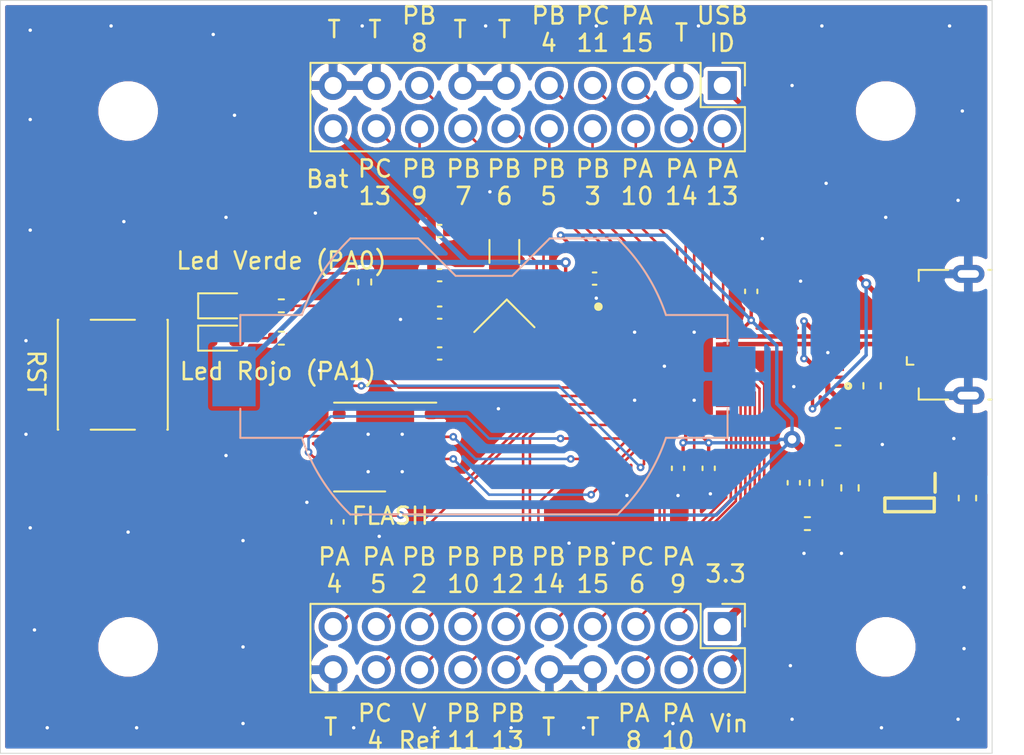
<source format=kicad_pcb>
(kicad_pcb (version 20171130) (host pcbnew "(5.1.9)-1")
  (layers (0 F.Cu signal) (31 B.Cu signal) (34 B.Paste user) (35 F.Paste user) (36 B.SilkS user hide) (37 F.SilkS user) (38 B.Mask user) (39 F.Mask user hide) (44 Edge.Cuts user))
  (net 0 "")
  (net 1 /OSC32_OUT)
  (net 2 /OSC32_IN)
  (net 3 GND)
  (net 4 /VBat)
  (net 5 "Net-(BUCK3.3-Pad5)")
  (net 6 /Vin)
  (net 7 "Net-(BUCK3.3-Pad3)")
  (net 8 /VDD)
  (net 9 /OSC_IN)
  (net 10 /OSC_OUT)
  (net 11 "Net-(EMI_VDDS_FILTER_USB1-Pad2)")
  (net 12 /SDIO3)
  (net 13 /SCLK)
  (net 14 /SDIO0)
  (net 15 /SDIO2)
  (net 16 /SDIO1)
  (net 17 /nCS)
  (net 18 "Net-(IC1-Pad6)")
  (net 19 "Net-(IC1-Pad1)")
  (net 20 /PB9)
  (net 21 /PB8-BOOT0)
  (net 22 /PB7)
  (net 23 /PB6)
  (net 24 /PB5)
  (net 25 /PB4)
  (net 26 /PB3)
  (net 27 /PC11)
  (net 28 /PC10)
  (net 29 /PA15)
  (net 30 /PA14)
  (net 31 /PA13)
  (net 32 /USB_D+)
  (net 33 /USB_D-)
  (net 34 /PA10)
  (net 35 /PA9)
  (net 36 /PA8)
  (net 37 /PC6)
  (net 38 /PB15)
  (net 39 /PB14)
  (net 40 /PB13)
  (net 41 /PB12)
  (net 42 /PB11)
  (net 43 /PB10)
  (net 44 /VREF)
  (net 45 /PB2)
  (net 46 /PC4)
  (net 47 /PA5)
  (net 48 /PA4)
  (net 49 /PA1)
  (net 50 /PA0)
  (net 51 /nRST)
  (net 52 /PC13)
  (net 53 /USB_ID)
  (net 54 "Net-(LED_ROJO1-Pad2)")
  (net 55 "Net-(LED_VERDE1-Pad2)")
  (net 56 "Net-(R_RST1-Pad2)")
  (module AUR9713AGH:MountingHole_3mm (layer F.Cu) (at 165.1 64.25)
    (fp_text reference REF** hide)
    (fp_text value MountingHole_3mm hide)
    (pad 1 np_thru_hole circle (at 0 0) (size 3 3) (drill 3) (layers *.Cu *.Mask))
  )
  (module AUR9713AGH:MountingHole_3mm (layer F.Cu) (at 165.1 95.75)
    (fp_text reference REF** hide)
    (fp_text value MountingHole_3mm hide)
    (pad 1 np_thru_hole circle (at 0 0) (size 3 3) (drill 3) (layers *.Cu *.Mask))
  )
  (module AUR9713AGH:MountingHole_3mm (layer F.Cu) (at 209.6 95.75)
    (fp_text reference REF** hide)
    (fp_text value MountingHole_3mm hide)
    (pad 1 np_thru_hole circle (at 0 0) (size 3 3) (drill 3) (layers *.Cu *.Mask))
  )
  (module AUR9713AGH:MountingHole_3mm (layer F.Cu) (at 209.6 64.25)
    (fp_text reference REF** hide)
    (fp_text value MountingHole_3mm hide)
    (pad 1 np_thru_hole circle (at 0 0) (size 3 3) (drill 3) (layers *.Cu *.Mask))
  )
  (module Button_Switch_SMD:SW_SPST_PTS645 (layer F.Cu) (at 164.2 79.75 270)
    (fp_text reference RST (at -0.1 4.5 270 unlocked) (layer F.SilkS))
    (fp_text value SW_DIP_x01 hide)
    (pad 2 smd rect (at 3.98 2.25 270) (size 1.55 1.3) (layers F.Cu F.Paste F.Mask) (net 56 "Net-(R_RST1-Pad2)"))
    (pad 1 smd rect (at 3.98 -2.25 270) (size 1.55 1.3) (layers F.Cu F.Paste F.Mask) (net 3 GND))
    (pad 1 smd rect (at -3.98 -2.25 270) (size 1.55 1.3) (layers F.Cu F.Paste F.Mask) (net 3 GND))
    (pad 2 smd rect (at -3.98 2.25 270) (size 1.55 1.3) (layers F.Cu F.Paste F.Mask) (net 56 "Net-(R_RST1-Pad2)"))
  )
  (module Resistor_SMD:R_0402_1005Metric (layer F.Cu) (at 179 74.3 90)
    (fp_text reference R_RST1 hide)
    (fp_text value 100 hide)
    (pad 2 smd roundrect (at 0.51 0 90) (size 0.54 0.64) (layers F.Cu F.Paste F.Mask) (net 56 "Net-(R_RST1-Pad2)"))
    (pad 1 smd roundrect (at -0.51 0 90) (size 0.54 0.64) (layers F.Cu F.Paste F.Mask) (net 51 /nRST))
  )
  (module Resistor_SMD:R_0402_1005Metric (layer F.Cu) (at 174.1 75.7 180)
    (fp_text reference R_LED_VERDE1 hide)
    (fp_text value 220 hide)
    (pad 2 smd roundrect (at 0.51 0 180) (size 0.54 0.64) (layers F.Cu F.Paste F.Mask) (net 55 "Net-(LED_VERDE1-Pad2)"))
    (pad 1 smd roundrect (at -0.51 0 180) (size 0.54 0.64) (layers F.Cu F.Paste F.Mask) (net 50 /PA0))
  )
  (module Resistor_SMD:R_0402_1005Metric (layer F.Cu) (at 174.1 77.6 180)
    (fp_text reference R_LED_ROJO1 hide)
    (fp_text value 180 hide)
    (pad 2 smd roundrect (at 0.51 0 180) (size 0.54 0.64) (layers F.Cu F.Paste F.Mask) (net 54 "Net-(LED_ROJO1-Pad2)"))
    (pad 1 smd roundrect (at -0.51 0 180) (size 0.54 0.64) (layers F.Cu F.Paste F.Mask) (net 49 /PA1))
  )
  (module LED_SMD:LED_0603_1608Metric (layer F.Cu) (at 170.7 75.7)
    (fp_text reference "Led Verde (PA0)" (at 3.4 -2.65) (layer F.SilkS))
    (fp_text value LED hide)
    (pad 2 smd roundrect (at 0.7875 0) (size 0.875 0.95) (layers F.Cu F.Paste F.Mask) (net 55 "Net-(LED_VERDE1-Pad2)"))
    (pad 1 smd roundrect (at -0.7875 0) (size 0.875 0.95) (layers F.Cu F.Paste F.Mask) (net 3 GND))
  )
  (module LED_SMD:LED_0603_1608Metric (layer F.Cu) (at 170.7 77.6)
    (fp_text reference "Led Rojo (PA1)" (at 3.2 1.95) (layer F.SilkS))
    (fp_text value LED hide)
    (pad 2 smd roundrect (at 0.7875 0) (size 0.875 0.95) (layers F.Cu F.Paste F.Mask) (net 54 "Net-(LED_ROJO1-Pad2)"))
    (pad 1 smd roundrect (at -0.7875 0) (size 0.875 0.95) (layers F.Cu F.Paste F.Mask) (net 3 GND))
  )
  (module Connector_USB:USB_Micro-B_GCT_USB3076-30-A (layer F.Cu) (at 213.25 77.4 90)
    (fp_text reference USB_IN1 hide)
    (fp_text value USB_B_Micro hide)
    (pad 6 smd rect (at -2.32 -1.03 90) (size 1.15 1.45) (layers F.Cu F.Paste F.Mask) (net 3 GND))
    (pad 6 smd rect (at 2.32 -1.03 90) (size 1.15 1.45) (layers F.Cu F.Paste F.Mask) (net 3 GND))
    (pad 6 thru_hole oval (at 3.575 1.2 90) (size 1.05 1.9) (drill oval 0.45 1.25) (layers *.Cu *.Mask) (net 3 GND))
    (pad 6 thru_hole oval (at -3.575 1.2 270) (size 1.05 1.9) (drill oval 0.45 1.25) (layers *.Cu *.Mask) (net 3 GND))
    (pad 6 smd rect (at -1.125 1.2 90) (size 1.75 1.9) (layers F.Cu F.Paste F.Mask) (net 3 GND))
    (pad 3 smd rect (at 0 -1.45 90) (size 0.4 1.4) (layers F.Cu F.Paste F.Mask) (net 32 /USB_D+))
    (pad 4 smd rect (at 0.65 -1.45 90) (size 0.4 1.4) (layers F.Cu F.Paste F.Mask) (net 53 /USB_ID))
    (pad 5 smd rect (at 1.3 -1.45 90) (size 0.4 1.4) (layers F.Cu F.Paste F.Mask) (net 3 GND))
    (pad 1 smd rect (at -1.3 -1.45 90) (size 0.4 1.4) (layers F.Cu F.Paste F.Mask) (net 11 "Net-(EMI_VDDS_FILTER_USB1-Pad2)"))
    (pad 2 smd rect (at -0.65 -1.45 90) (size 0.4 1.4) (layers F.Cu F.Paste F.Mask) (net 33 /USB_D-))
    (pad 6 smd rect (at 1.125 1.2 90) (size 1.75 1.9) (layers F.Cu F.Paste F.Mask) (net 3 GND))
  )
  (module STM32G491:QFN50P700X700X60-49N-D (layer F.Cu) (at 196.6 79.25)
    (fp_text reference STM32 hide)
    (fp_text value STM32G491CCU6 hide)
    (pad 49 smd rect (at 0 0) (size 5.7 5.7) (layers F.Cu F.Paste F.Mask) (net 3 GND))
    (pad 48 smd rect (at -2.75 -3.45) (size 0.3 0.85) (layers F.Cu F.Paste F.Mask) (net 8 /VDD))
    (pad 47 smd rect (at -2.25 -3.45) (size 0.3 0.85) (layers F.Cu F.Paste F.Mask) (net 20 /PB9))
    (pad 46 smd rect (at -1.75 -3.45) (size 0.3 0.85) (layers F.Cu F.Paste F.Mask) (net 21 /PB8-BOOT0))
    (pad 45 smd rect (at -1.25 -3.45) (size 0.3 0.85) (layers F.Cu F.Paste F.Mask) (net 22 /PB7))
    (pad 44 smd rect (at -0.75 -3.45) (size 0.3 0.85) (layers F.Cu F.Paste F.Mask) (net 23 /PB6))
    (pad 43 smd rect (at -0.25 -3.45) (size 0.3 0.85) (layers F.Cu F.Paste F.Mask) (net 24 /PB5))
    (pad 42 smd rect (at 0.25 -3.45) (size 0.3 0.85) (layers F.Cu F.Paste F.Mask) (net 25 /PB4))
    (pad 41 smd rect (at 0.75 -3.45) (size 0.3 0.85) (layers F.Cu F.Paste F.Mask) (net 26 /PB3))
    (pad 40 smd rect (at 1.25 -3.45) (size 0.3 0.85) (layers F.Cu F.Paste F.Mask) (net 27 /PC11))
    (pad 39 smd rect (at 1.75 -3.45) (size 0.3 0.85) (layers F.Cu F.Paste F.Mask) (net 28 /PC10))
    (pad 38 smd rect (at 2.25 -3.45) (size 0.3 0.85) (layers F.Cu F.Paste F.Mask) (net 29 /PA15))
    (pad 37 smd rect (at 2.75 -3.45) (size 0.3 0.85) (layers F.Cu F.Paste F.Mask) (net 30 /PA14))
    (pad 36 smd rect (at 3.45 -2.75 90) (size 0.3 0.85) (layers F.Cu F.Paste F.Mask) (net 31 /PA13))
    (pad 35 smd rect (at 3.45 -2.25 90) (size 0.3 0.85) (layers F.Cu F.Paste F.Mask) (net 8 /VDD))
    (pad 34 smd rect (at 3.45 -1.75 90) (size 0.3 0.85) (layers F.Cu F.Paste F.Mask) (net 32 /USB_D+))
    (pad 33 smd rect (at 3.45 -1.25 90) (size 0.3 0.85) (layers F.Cu F.Paste F.Mask) (net 33 /USB_D-))
    (pad 32 smd rect (at 3.45 -0.75 90) (size 0.3 0.85) (layers F.Cu F.Paste F.Mask) (net 34 /PA10))
    (pad 31 smd rect (at 3.45 -0.25 90) (size 0.3 0.85) (layers F.Cu F.Paste F.Mask) (net 35 /PA9))
    (pad 30 smd rect (at 3.45 0.25 90) (size 0.3 0.85) (layers F.Cu F.Paste F.Mask) (net 36 /PA8))
    (pad 29 smd rect (at 3.45 0.75 90) (size 0.3 0.85) (layers F.Cu F.Paste F.Mask) (net 37 /PC6))
    (pad 28 smd rect (at 3.45 1.25 90) (size 0.3 0.85) (layers F.Cu F.Paste F.Mask) (net 38 /PB15))
    (pad 27 smd rect (at 3.45 1.75 90) (size 0.3 0.85) (layers F.Cu F.Paste F.Mask) (net 39 /PB14))
    (pad 26 smd rect (at 3.45 2.25 90) (size 0.3 0.85) (layers F.Cu F.Paste F.Mask) (net 40 /PB13))
    (pad 25 smd rect (at 3.45 2.75 90) (size 0.3 0.85) (layers F.Cu F.Paste F.Mask) (net 41 /PB12))
    (pad 24 smd rect (at 2.75 3.45) (size 0.3 0.85) (layers F.Cu F.Paste F.Mask) (net 42 /PB11))
    (pad 23 smd rect (at 2.25 3.45) (size 0.3 0.85) (layers F.Cu F.Paste F.Mask) (net 8 /VDD))
    (pad 22 smd rect (at 1.75 3.45) (size 0.3 0.85) (layers F.Cu F.Paste F.Mask) (net 43 /PB10))
    (pad 21 smd rect (at 1.25 3.45) (size 0.3 0.85) (layers F.Cu F.Paste F.Mask) (net 8 /VDD))
    (pad 20 smd rect (at 0.75 3.45) (size 0.3 0.85) (layers F.Cu F.Paste F.Mask) (net 44 /VREF))
    (pad 19 smd rect (at 0.25 3.45) (size 0.3 0.85) (layers F.Cu F.Paste F.Mask) (net 45 /PB2))
    (pad 18 smd rect (at -0.25 3.45) (size 0.3 0.85) (layers F.Cu F.Paste F.Mask) (net 14 /SDIO0))
    (pad 17 smd rect (at -0.75 3.45) (size 0.3 0.85) (layers F.Cu F.Paste F.Mask) (net 16 /SDIO1))
    (pad 16 smd rect (at -1.25 3.45) (size 0.3 0.85) (layers F.Cu F.Paste F.Mask) (net 46 /PC4))
    (pad 15 smd rect (at -1.75 3.45) (size 0.3 0.85) (layers F.Cu F.Paste F.Mask) (net 15 /SDIO2))
    (pad 14 smd rect (at -2.25 3.45) (size 0.3 0.85) (layers F.Cu F.Paste F.Mask) (net 12 /SDIO3))
    (pad 13 smd rect (at -2.75 3.45) (size 0.3 0.85) (layers F.Cu F.Paste F.Mask) (net 47 /PA5))
    (pad 12 smd rect (at -3.45 2.75 90) (size 0.3 0.85) (layers F.Cu F.Paste F.Mask) (net 48 /PA4))
    (pad 11 smd rect (at -3.45 2.25 90) (size 0.3 0.85) (layers F.Cu F.Paste F.Mask) (net 13 /SCLK))
    (pad 10 smd rect (at -3.45 1.75 90) (size 0.3 0.85) (layers F.Cu F.Paste F.Mask) (net 17 /nCS))
    (pad 9 smd rect (at -3.45 1.25 90) (size 0.3 0.85) (layers F.Cu F.Paste F.Mask) (net 49 /PA1))
    (pad 8 smd rect (at -3.45 0.75 90) (size 0.3 0.85) (layers F.Cu F.Paste F.Mask) (net 50 /PA0))
    (pad 7 smd rect (at -3.45 0.25 90) (size 0.3 0.85) (layers F.Cu F.Paste F.Mask) (net 51 /nRST))
    (pad 6 smd rect (at -3.45 -0.25 90) (size 0.3 0.85) (layers F.Cu F.Paste F.Mask) (net 10 /OSC_OUT))
    (pad 5 smd rect (at -3.45 -0.75 90) (size 0.3 0.85) (layers F.Cu F.Paste F.Mask) (net 9 /OSC_IN))
    (pad 4 smd rect (at -3.45 -1.25 90) (size 0.3 0.85) (layers F.Cu F.Paste F.Mask) (net 1 /OSC32_OUT))
    (pad 3 smd rect (at -3.45 -1.75 90) (size 0.3 0.85) (layers F.Cu F.Paste F.Mask) (net 2 /OSC32_IN))
    (pad 2 smd rect (at -3.45 -2.25 90) (size 0.3 0.85) (layers F.Cu F.Paste F.Mask) (net 52 /PC13))
    (pad 1 smd rect (at -3.45 -2.75 90) (size 0.3 0.85) (layers F.Cu F.Paste F.Mask) (net 4 /VBat))
  )
  (module Resistor_SMD:R_0402_1005Metric (layer F.Cu) (at 205 88.5)
    (fp_text reference R102 hide)
    (fp_text value 100k hide)
    (pad 2 smd roundrect (at 0.51 0) (size 0.54 0.64) (layers F.Cu F.Paste F.Mask) (net 5 "Net-(BUCK3.3-Pad5)"))
    (pad 1 smd roundrect (at -0.51 0) (size 0.54 0.64) (layers F.Cu F.Paste F.Mask) (net 3 GND))
  )
  (module Resistor_SMD:R_0402_1005Metric (layer F.Cu) (at 205.5 86.1 90)
    (fp_text reference R101 hide)
    (fp_text value 450k hide)
    (pad 2 smd roundrect (at 0.51 0 90) (size 0.54 0.64) (layers F.Cu F.Paste F.Mask) (net 8 /VDD))
    (pad 1 smd roundrect (at -0.51 0 90) (size 0.54 0.64) (layers F.Cu F.Paste F.Mask) (net 5 "Net-(BUCK3.3-Pad5)"))
  )
  (module Inductor_SMD:L_0603_1608Metric (layer F.Cu) (at 207.5 86.4 90)
    (fp_text reference L101 hide)
    (fp_text value 2.2u hide)
    (pad 2 smd roundrect (at 0.7875 0 90) (size 0.875 0.95) (layers F.Cu F.Paste F.Mask) (net 8 /VDD))
    (pad 1 smd roundrect (at -0.7875 0 90) (size 0.875 0.95) (layers F.Cu F.Paste F.Mask) (net 7 "Net-(BUCK3.3-Pad3)"))
  )
  (module Connector_PinHeader_2.54mm:PinHeader_2x10_P2.54mm_Vertical (layer F.Cu) (at 200 94.55 270)
    (fp_text reference J2 hide)
    (fp_text value Conn_02x10_Odd_Even hide)
    (pad 1 thru_hole rect (at 0 0 270) (size 1.7 1.7) (drill 1) (layers *.Cu *.Mask) (net 8 /VDD))
    (pad 2 thru_hole oval (at 2.54 0 270) (size 1.7 1.7) (drill 1) (layers *.Cu *.Mask) (net 6 /Vin))
    (pad 3 thru_hole oval (at 0 2.54 270) (size 1.7 1.7) (drill 1) (layers *.Cu *.Mask) (net 35 /PA9))
    (pad 4 thru_hole oval (at 2.54 2.54 270) (size 1.7 1.7) (drill 1) (layers *.Cu *.Mask) (net 34 /PA10))
    (pad 5 thru_hole oval (at 0 5.08 270) (size 1.7 1.7) (drill 1) (layers *.Cu *.Mask) (net 37 /PC6))
    (pad 6 thru_hole oval (at 2.54 5.08 270) (size 1.7 1.7) (drill 1) (layers *.Cu *.Mask) (net 36 /PA8))
    (pad 7 thru_hole oval (at 0 7.62 270) (size 1.7 1.7) (drill 1) (layers *.Cu *.Mask) (net 38 /PB15))
    (pad 8 thru_hole oval (at 2.54 7.62 270) (size 1.7 1.7) (drill 1) (layers *.Cu *.Mask) (net 3 GND))
    (pad 9 thru_hole oval (at 0 10.16 270) (size 1.7 1.7) (drill 1) (layers *.Cu *.Mask) (net 39 /PB14))
    (pad 10 thru_hole oval (at 2.54 10.16 270) (size 1.7 1.7) (drill 1) (layers *.Cu *.Mask) (net 3 GND))
    (pad 11 thru_hole oval (at 0 12.7 270) (size 1.7 1.7) (drill 1) (layers *.Cu *.Mask) (net 41 /PB12))
    (pad 12 thru_hole oval (at 2.54 12.7 270) (size 1.7 1.7) (drill 1) (layers *.Cu *.Mask) (net 40 /PB13))
    (pad 13 thru_hole oval (at 0 15.24 270) (size 1.7 1.7) (drill 1) (layers *.Cu *.Mask) (net 43 /PB10))
    (pad 14 thru_hole oval (at 2.54 15.24 270) (size 1.7 1.7) (drill 1) (layers *.Cu *.Mask) (net 42 /PB11))
    (pad 15 thru_hole oval (at 0 17.78 270) (size 1.7 1.7) (drill 1) (layers *.Cu *.Mask) (net 45 /PB2))
    (pad 16 thru_hole oval (at 2.54 17.78 270) (size 1.7 1.7) (drill 1) (layers *.Cu *.Mask) (net 44 /VREF))
    (pad 17 thru_hole oval (at 0 20.32 270) (size 1.7 1.7) (drill 1) (layers *.Cu *.Mask) (net 47 /PA5))
    (pad 18 thru_hole oval (at 2.54 20.32 270) (size 1.7 1.7) (drill 1) (layers *.Cu *.Mask) (net 46 /PC4))
    (pad 19 thru_hole oval (at 0 22.86 270) (size 1.7 1.7) (drill 1) (layers *.Cu *.Mask) (net 48 /PA4))
    (pad 20 thru_hole oval (at 2.54 22.86 270) (size 1.7 1.7) (drill 1) (layers *.Cu *.Mask) (net 3 GND))
  )
  (module Connector_PinHeader_2.54mm:PinHeader_2x10_P2.54mm_Vertical (layer F.Cu) (at 200 62.75 270)
    (fp_text reference J1 hide)
    (fp_text value Conn_02x10_Odd_Even hide)
    (pad 20 thru_hole oval (at 2.54 22.86 270) (size 1.7 1.7) (drill 1) (layers *.Cu *.Mask) (net 4 /VBat))
    (pad 19 thru_hole oval (at 0 22.86 270) (size 1.7 1.7) (drill 1) (layers *.Cu *.Mask) (net 3 GND))
    (pad 18 thru_hole oval (at 2.54 20.32 270) (size 1.7 1.7) (drill 1) (layers *.Cu *.Mask) (net 52 /PC13))
    (pad 17 thru_hole oval (at 0 20.32 270) (size 1.7 1.7) (drill 1) (layers *.Cu *.Mask) (net 3 GND))
    (pad 16 thru_hole oval (at 2.54 17.78 270) (size 1.7 1.7) (drill 1) (layers *.Cu *.Mask) (net 20 /PB9))
    (pad 15 thru_hole oval (at 0 17.78 270) (size 1.7 1.7) (drill 1) (layers *.Cu *.Mask) (net 21 /PB8-BOOT0))
    (pad 14 thru_hole oval (at 2.54 15.24 270) (size 1.7 1.7) (drill 1) (layers *.Cu *.Mask) (net 22 /PB7))
    (pad 13 thru_hole oval (at 0 15.24 270) (size 1.7 1.7) (drill 1) (layers *.Cu *.Mask) (net 3 GND))
    (pad 12 thru_hole oval (at 2.54 12.7 270) (size 1.7 1.7) (drill 1) (layers *.Cu *.Mask) (net 23 /PB6))
    (pad 11 thru_hole oval (at 0 12.7 270) (size 1.7 1.7) (drill 1) (layers *.Cu *.Mask) (net 3 GND))
    (pad 10 thru_hole oval (at 2.54 10.16 270) (size 1.7 1.7) (drill 1) (layers *.Cu *.Mask) (net 24 /PB5))
    (pad 9 thru_hole oval (at 0 10.16 270) (size 1.7 1.7) (drill 1) (layers *.Cu *.Mask) (net 25 /PB4))
    (pad 8 thru_hole oval (at 2.54 7.62 270) (size 1.7 1.7) (drill 1) (layers *.Cu *.Mask) (net 26 /PB3))
    (pad 7 thru_hole oval (at 0 7.62 270) (size 1.7 1.7) (drill 1) (layers *.Cu *.Mask) (net 27 /PC11))
    (pad 6 thru_hole oval (at 2.54 5.08 270) (size 1.7 1.7) (drill 1) (layers *.Cu *.Mask) (net 28 /PC10))
    (pad 5 thru_hole oval (at 0 5.08 270) (size 1.7 1.7) (drill 1) (layers *.Cu *.Mask) (net 29 /PA15))
    (pad 4 thru_hole oval (at 2.54 2.54 270) (size 1.7 1.7) (drill 1) (layers *.Cu *.Mask) (net 30 /PA14))
    (pad 3 thru_hole oval (at 0 2.54 270) (size 1.7 1.7) (drill 1) (layers *.Cu *.Mask) (net 3 GND))
    (pad 2 thru_hole oval (at 2.54 0 270) (size 1.7 1.7) (drill 1) (layers *.Cu *.Mask) (net 31 /PA13))
    (pad 1 thru_hole rect (at 0 0 270) (size 1.7 1.7) (drill 1) (layers *.Cu *.Mask) (net 53 /USB_ID))
  )
  (module AUR9713AGH:RSE0008A (layer F.Cu) (at 206.2 79.9 180)
    (fp_text reference IC1 hide)
    (fp_text value TPD6E004RSER hide)
    (pad 8 smd rect (at 0 -0.65 180) (size 0.3 0.6) (layers F.Cu F.Paste F.Mask) (net 6 /Vin))
    (pad 7 smd rect (at 0.675 -0.5 270) (size 0.25 0.55) (layers F.Cu F.Paste F.Mask) (net 53 /USB_ID))
    (pad 6 smd rect (at 0.675 0 270) (size 0.2 0.55) (layers F.Cu F.Paste F.Mask) (net 18 "Net-(IC1-Pad6)"))
    (pad 5 smd rect (at 0.675 0.5 270) (size 0.25 0.55) (layers F.Cu F.Paste F.Mask) (net 32 /USB_D+))
    (pad 4 smd rect (at 0 0.65 180) (size 0.3 0.6) (layers F.Cu F.Paste F.Mask) (net 3 GND))
    (pad 3 smd rect (at -0.675 0.5 270) (size 0.25 0.55) (layers F.Cu F.Paste F.Mask) (net 33 /USB_D-))
    (pad 2 smd rect (at -0.675 0 270) (size 0.2 0.55) (layers F.Cu F.Paste F.Mask))
    (pad 1 smd rect (at -0.675 -0.5 270) (size 0.25 0.55) (layers F.Cu F.Paste F.Mask) (net 19 "Net-(IC1-Pad1)"))
  )
  (module Package_SON:WSON-8-1EP_6x5mm_P1.27mm_EP3.4x4.3mm (layer F.Cu) (at 180.2 84 180)
    (fp_text reference FLASH (at -0.3 -4.05) (layer F.SilkS))
    (fp_text value W25Q64JWZPIM hide)
    (pad 9 smd rect (at 0 0 180) (size 3.4 4.3) (layers F.Cu F.Mask) (net 3 GND))
    (pad 8 smd roundrect (at 2.7 -1.905 180) (size 0.75 0.5) (layers F.Cu F.Paste F.Mask) (net 8 /VDD))
    (pad 7 smd roundrect (at 2.7 -0.635 180) (size 0.75 0.5) (layers F.Cu F.Paste F.Mask) (net 12 /SDIO3))
    (pad 6 smd roundrect (at 2.7 0.635 180) (size 0.75 0.5) (layers F.Cu F.Paste F.Mask) (net 13 /SCLK))
    (pad 5 smd roundrect (at 2.7 1.905 180) (size 0.75 0.5) (layers F.Cu F.Paste F.Mask) (net 14 /SDIO0))
    (pad 4 smd roundrect (at -2.7 1.905 180) (size 0.75 0.5) (layers F.Cu F.Paste F.Mask) (net 3 GND))
    (pad 3 smd roundrect (at -2.7 0.635 180) (size 0.75 0.5) (layers F.Cu F.Paste F.Mask) (net 15 /SDIO2))
    (pad 2 smd roundrect (at -2.7 -0.635 180) (size 0.75 0.5) (layers F.Cu F.Paste F.Mask) (net 16 /SDIO1))
    (pad 1 smd roundrect (at -2.7 -1.905 180) (size 0.75 0.5) (layers F.Cu F.Paste F.Mask) (net 17 /nCS))
  )
  (module Inductor_SMD:L_0603_1608Metric (layer F.Cu) (at 208.8 80.4 90)
    (fp_text reference EMI_VDDS_FILTER_USB1 hide)
    (fp_text value "BLM18HE152SN1D " hide)
    (pad 2 smd roundrect (at 0.7875 0 90) (size 0.875 0.95) (layers F.Cu F.Paste F.Mask) (net 11 "Net-(EMI_VDDS_FILTER_USB1-Pad2)"))
    (pad 1 smd roundrect (at -0.7875 0 90) (size 0.875 0.95) (layers F.Cu F.Paste F.Mask) (net 6 /Vin))
  )
  (module Crystal:Crystal_SMD_2016-4Pin_2.0x1.6mm (layer F.Cu) (at 187.2 77.1 225)
    (fp_text reference Crystal_48MHz1 hide)
    (fp_text value CX2016DB48000C0FPLC1 hide)
    (pad 4 smd rect (at -0.7 -0.55 225) (size 0.9 0.8) (layers F.Cu F.Paste F.Mask))
    (pad 3 smd rect (at 0.7 -0.55 225) (size 0.9 0.8) (layers F.Cu F.Paste F.Mask) (net 10 /OSC_OUT))
    (pad 2 smd rect (at 0.7 0.55 225) (size 0.9 0.8) (layers F.Cu F.Paste F.Mask) (net 3 GND))
    (pad 1 smd rect (at -0.7 0.55 225) (size 0.9 0.8) (layers F.Cu F.Paste F.Mask) (net 9 /OSC_IN))
  )
  (module Capacitor_SMD:C_0402_1005Metric (layer F.Cu) (at 183.4 78.5 180)
    (fp_text reference "C2(opt)1" hide)
    (fp_text value 4p hide)
    (pad 2 smd roundrect (at 0.48 0 180) (size 0.56 0.62) (layers F.Cu F.Paste F.Mask) (net 3 GND))
    (pad 1 smd roundrect (at -0.48 0 180) (size 0.56 0.62) (layers F.Cu F.Paste F.Mask) (net 10 /OSC_OUT))
  )
  (module Capacitor_SMD:C_0402_1005Metric (layer F.Cu) (at 183.4 76.1 180)
    (fp_text reference "C1(opt)1" hide)
    (fp_text value 4p hide)
    (pad 2 smd roundrect (at 0.48 0 180) (size 0.56 0.62) (layers F.Cu F.Paste F.Mask) (net 3 GND))
    (pad 1 smd roundrect (at -0.48 0 180) (size 0.56 0.62) (layers F.Cu F.Paste F.Mask) (net 9 /OSC_IN))
  )
  (module Capacitor_SMD:C_0402_1005Metric (layer F.Cu) (at 204.2 86.1 90)
    (fp_text reference C203 hide)
    (fp_text value 13p hide)
    (pad 2 smd roundrect (at 0.48 0 90) (size 0.56 0.62) (layers F.Cu F.Paste F.Mask) (net 8 /VDD))
    (pad 1 smd roundrect (at -0.48 0 90) (size 0.56 0.62) (layers F.Cu F.Paste F.Mask) (net 5 "Net-(BUCK3.3-Pad5)"))
  )
  (module Capacitor_SMD:C_0603_1608Metric (layer F.Cu) (at 206.8 83.4)
    (fp_text reference C202 hide)
    (fp_text value 10u hide)
    (pad 2 smd roundrect (at 0.775 0) (size 0.9 0.95) (layers F.Cu F.Paste F.Mask) (net 3 GND))
    (pad 1 smd roundrect (at -0.775 0) (size 0.9 0.95) (layers F.Cu F.Paste F.Mask) (net 8 /VDD))
  )
  (module Capacitor_SMD:C_0603_1608Metric (layer F.Cu) (at 214.4 87 90)
    (fp_text reference C201 hide)
    (fp_text value 4.7u hide)
    (pad 2 smd roundrect (at 0.775 0 90) (size 0.9 0.95) (layers F.Cu F.Paste F.Mask) (net 3 GND))
    (pad 1 smd roundrect (at -0.775 0 90) (size 0.9 0.95) (layers F.Cu F.Paste F.Mask) (net 6 /Vin))
  )
  (module Capacitor_SMD:C_0402_1005Metric (layer F.Cu) (at 177.4 88.4 270)
    (fp_text reference C105 hide)
    (fp_text value 100n hide)
    (pad 2 smd roundrect (at 0.48 0 270) (size 0.56 0.62) (layers F.Cu F.Paste F.Mask) (net 3 GND))
    (pad 1 smd roundrect (at -0.48 0 270) (size 0.56 0.62) (layers F.Cu F.Paste F.Mask) (net 8 /VDD))
  )
  (module Capacitor_SMD:C_0402_1005Metric (layer F.Cu) (at 197.4 85.25 90)
    (fp_text reference C104 hide)
    (fp_text value 100n hide)
    (pad 2 smd roundrect (at 0.48 0 90) (size 0.56 0.62) (layers F.Cu F.Paste F.Mask) (net 8 /VDD))
    (pad 1 smd roundrect (at -0.48 0 90) (size 0.56 0.62) (layers F.Cu F.Paste F.Mask) (net 3 GND))
  )
  (module Capacitor_SMD:C_0402_1005Metric (layer F.Cu) (at 192.5 74.1)
    (fp_text reference C103 hide)
    (fp_text value 100n hide)
    (pad 2 smd roundrect (at 0.48 0) (size 0.56 0.62) (layers F.Cu F.Paste F.Mask) (net 8 /VDD))
    (pad 1 smd roundrect (at -0.48 0) (size 0.56 0.62) (layers F.Cu F.Paste F.Mask) (net 3 GND))
  )
  (module Capacitor_SMD:C_0402_1005Metric (layer F.Cu) (at 201.7 74.85 270)
    (fp_text reference C102 hide)
    (fp_text value 100n hide)
    (pad 2 smd roundrect (at 0.48 0 270) (size 0.56 0.62) (layers F.Cu F.Paste F.Mask) (net 8 /VDD))
    (pad 1 smd roundrect (at -0.48 0 270) (size 0.56 0.62) (layers F.Cu F.Paste F.Mask) (net 3 GND))
  )
  (module Capacitor_SMD:C_0402_1005Metric (layer F.Cu) (at 199.2 85.25 90)
    (fp_text reference C101 hide)
    (fp_text value 100n hide)
    (pad 2 smd roundrect (at 0.48 0 90) (size 0.56 0.62) (layers F.Cu F.Paste F.Mask) (net 8 /VDD))
    (pad 1 smd roundrect (at -0.48 0 90) (size 0.56 0.62) (layers F.Cu F.Paste F.Mask) (net 3 GND))
  )
  (module Capacitor_SMD:C_0402_1005Metric (layer F.Cu) (at 183.4 73.9 180)
    (fp_text reference C4 hide)
    (fp_text value 12p hide)
    (pad 2 smd roundrect (at 0.48 0 180) (size 0.56 0.62) (layers F.Cu F.Paste F.Mask) (net 3 GND))
    (pad 1 smd roundrect (at -0.48 0 180) (size 0.56 0.62) (layers F.Cu F.Paste F.Mask) (net 1 /OSC32_OUT))
  )
  (module Capacitor_SMD:C_0402_1005Metric (layer F.Cu) (at 183.4 71.3 180)
    (fp_text reference C3 hide)
    (fp_text value 12p hide)
    (pad 2 smd roundrect (at 0.48 0 180) (size 0.56 0.62) (layers F.Cu F.Paste F.Mask) (net 3 GND))
    (pad 1 smd roundrect (at -0.48 0 180) (size 0.56 0.62) (layers F.Cu F.Paste F.Mask) (net 2 /OSC32_IN))
  )
  (module AUR9713AGH:SOT95P280X100-5N (layer F.Cu) (at 211 87.4 270)
    (fp_text reference BUCK3.3 hide)
    (fp_text value AUR9713AGH hide)
    (pad 5 smd rect (at 1.3 -0.95) (size 0.6 1.1) (layers F.Cu F.Paste F.Mask) (net 5 "Net-(BUCK3.3-Pad5)"))
    (pad 4 smd rect (at 1.3 0.95) (size 0.6 1.1) (layers F.Cu F.Paste F.Mask) (net 6 /Vin))
    (pad 3 smd rect (at -1.3 0.95) (size 0.6 1.1) (layers F.Cu F.Paste F.Mask) (net 7 "Net-(BUCK3.3-Pad3)"))
    (pad 2 smd rect (at -1.3 0) (size 0.6 1.1) (layers F.Cu F.Paste F.Mask) (net 3 GND))
    (pad 1 smd rect (at -1.3 -0.95) (size 0.6 1.1) (layers F.Cu F.Paste F.Mask) (net 6 /Vin))
  )
  (module Battery:BatteryHolder_Keystone_1058_1x2032 (layer B.Cu) (at 186 79.85)
    (fp_text reference Battery1 hide)
    (fp_text value LIR2032 hide)
    (pad 2 smd rect (at 14.68 0) (size 2.54 3.51) (layers B.Cu B.Paste B.Mask) (net 3 GND))
    (pad 1 smd rect (at -14.68 0) (size 2.54 3.51) (layers B.Cu B.Paste B.Mask) (net 4 /VBat))
  )
  (module Crystal:Crystal_SMD_3215-2Pin_3.2x1.5mm (layer F.Cu) (at 187.2 72.5 90)
    (fp_text reference 32KHz_Crystal1 hide)
    (fp_text value "32KHz crystal" hide)
    (pad 2 smd rect (at -1.25 0 90) (size 1 1.8) (layers F.Cu F.Paste F.Mask) (net 1 /OSC32_OUT))
    (pad 1 smd rect (at 1.25 0 90) (size 1 1.8) (layers F.Cu F.Paste F.Mask) (net 2 /OSC32_IN))
  )
  (gr_line (start 215.85 102) (end 215.85 74.5) (layer Edge.Cuts) (width 0.05))
  (gr_line (start 157.6 102) (end 215.85 102) (layer Edge.Cuts) (width 0.05))
  (gr_line (start 157.6 57.75) (end 157.6 102) (layer Edge.Cuts) (width 0.05))
  (gr_line (start 215.85 57.75) (end 157.6 57.75) (layer Edge.Cuts) (width 0.05))
  (gr_line (start 215.85 74.5) (end 215.85 57.75) (layer Edge.Cuts) (width 0.05))
  (gr_text T (at 177 100.45) (layer F.SilkS) (effects (font (size 1 1))))
  (gr_text T (at 192.4 100.45) (layer F.SilkS) (effects (font (size 1 1))))
  (gr_text T (at 189.8 100.45) (layer F.SilkS) (effects (font (size 1 1))))
  (gr_text Vin (at 200.4 100.25) (layer F.SilkS) (effects (font (size 1 1))))
  (gr_text "PA\n10" (at 197.4 100.45) (layer F.SilkS) (effects (font (size 1 1))))
  (gr_text "PA\n8" (at 194.8 100.45) (layer F.SilkS) (effects (font (size 1 1))))
  (gr_text "PB\n13" (at 187.4 100.45) (layer F.SilkS) (effects (font (size 1 1))))
  (gr_text "PB\n11" (at 184.8 100.45) (layer F.SilkS) (effects (font (size 1 1))))
  (gr_text "V\nRef" (at 182.2 100.45) (layer F.SilkS) (effects (font (size 1 1))))
  (gr_text "PC\n4" (at 179.6 100.45) (layer F.SilkS) (effects (font (size 1 1))))
  (gr_text "PA\n4" (at 177.2 91.25) (layer F.SilkS) (effects (font (size 1 1))))
  (gr_text "PA\n5" (at 179.8 91.25) (layer F.SilkS) (effects (font (size 1 1))))
  (gr_text "PB\n2" (at 182.2 91.25) (layer F.SilkS) (effects (font (size 1 1))))
  (gr_text "PB\n10" (at 184.8 91.25) (layer F.SilkS) (effects (font (size 1 1))))
  (gr_text "PB\n12" (at 187.4 91.25) (layer F.SilkS) (effects (font (size 1 1))))
  (gr_text "PB\n14" (at 189.8 91.25) (layer F.SilkS) (effects (font (size 1 1))))
  (gr_text "PB\n15" (at 192.4 91.25) (layer F.SilkS) (effects (font (size 1 1))))
  (gr_text "PC\n6" (at 195 91.25) (layer F.SilkS) (effects (font (size 1 1))))
  (gr_text "PA\n9" (at 197.4 91.25) (layer F.SilkS) (effects (font (size 1 1))))
  (gr_text 3.3 (at 200.2 91.45) (layer F.SilkS) (effects (font (size 1 1))))
  (gr_text T (at 197.6 59.65) (layer F.SilkS) (effects (font (size 1 1))))
  (gr_text T (at 187.2 59.45) (layer F.SilkS) (effects (font (size 1 1))))
  (gr_text T (at 184.6 59.45) (layer F.SilkS) (effects (font (size 1 1))))
  (gr_text T (at 179.6 59.45) (layer F.SilkS) (effects (font (size 1 1))))
  (gr_text T (at 177.2 59.45) (layer F.SilkS) (effects (font (size 1 1))))
  (gr_text "PB\n8" (at 182.2 59.45) (layer F.SilkS) (effects (font (size 1 1) (thickness 0.153))))
  (gr_text "PB\n4" (at 189.8 59.45) (layer F.SilkS) (effects (font (size 1 1) (thickness 0.153))))
  (gr_text "PC\n11" (at 192.4 59.45) (layer F.SilkS) (effects (font (size 1 1) (thickness 0.153))))
  (gr_text "PA\n15" (at 195 59.45) (layer F.SilkS) (effects (font (size 1 1) (thickness 0.153))))
  (gr_text "USB\nID" (at 200 59.45) (layer F.SilkS) (effects (font (size 1 1) (thickness 0.153))))
  (gr_text Bat (at 176.8 68.25) (layer F.SilkS) (effects (font (size 1 1) (thickness 0.153))))
  (gr_text "PC\n13" (at 179.6 68.45) (layer F.SilkS) (effects (font (size 1 1) (thickness 0.153))))
  (gr_text "PB\n9" (at 182.2 68.45) (layer F.SilkS) (effects (font (size 1 1) (thickness 0.153))))
  (gr_text "PB\n7" (at 184.8 68.45) (layer F.SilkS) (effects (font (size 1 1) (thickness 0.153))))
  (gr_text "PB\n6" (at 187.2 68.45) (layer F.SilkS) (effects (font (size 1 1) (thickness 0.153))))
  (gr_text "PB\n5" (at 189.8 68.45) (layer F.SilkS) (effects (font (size 1 1) (thickness 0.153))))
  (gr_text "PB\n3" (at 192.4 68.45) (layer F.SilkS) (effects (font (size 1 1) (thickness 0.153))))
  (gr_text "PA\n10" (at 195 68.45) (layer F.SilkS) (effects (font (size 1 1) (thickness 0.153))))
  (gr_text "PA\n14" (at 197.6 68.45) (layer F.SilkS) (effects (font (size 1 1) (thickness 0.153))))
  (gr_text "PA\n13" (at 200 68.45) (layer F.SilkS) (effects (font (size 1 1) (thickness 0.153))))
  (via (at 179.2 85.45) (size 0.45) (drill 0.2) (layers F.Cu B.Cu) (net 3))
  (via (at 179.2 83.25) (size 0.45) (drill 0.2) (layers F.Cu B.Cu) (net 3))
  (via (at 181.2 83.25) (size 0.45) (drill 0.2) (layers F.Cu B.Cu) (net 3))
  (via (at 181.2 85.45) (size 0.45) (drill 0.2) (layers F.Cu B.Cu) (net 3))
  (via (at 198.35 81.25) (size 0.45) (drill 0.2) (layers F.Cu B.Cu) (net 3))
  (via (at 198.35 77.25) (size 0.45) (drill 0.2) (layers F.Cu B.Cu) (net 3))
  (via (at 194.85 77.25) (size 0.45) (drill 0.2) (layers F.Cu B.Cu) (net 3))
  (via (at 196.6 79.25) (size 0.45) (drill 0.2) (layers F.Cu B.Cu) (net 3))
  (via (at 194.85 81.25) (size 0.45) (drill 0.2) (layers F.Cu B.Cu) (net 3))
  (via (at 190.5 71.55) (size 0.45) (drill 0.2) (layers F.Cu B.Cu) (net 8))
  (via (at 201.7 76.55) (size 0.45) (drill 0.2) (layers F.Cu B.Cu) (net 8))
  (via (at 204.1 83.55) (size 1) (drill 0.5) (layers F.Cu B.Cu) (net 8))
  (via (at 205.3 81.75) (size 0.45) (drill 0.2) (layers F.Cu B.Cu) (net 53))
  (via (at 197.7 83.75) (size 0.45) (drill 0.2) (layers F.Cu B.Cu) (net 8))
  (via (at 199.2 83.75) (size 0.45) (drill 0.2) (layers F.Cu B.Cu) (net 8))
  (via (at 199.3 86.75) (size 0.45) (drill 0.2) (layers F.Cu B.Cu) (net 3))
  (via (at 197.4 86.85) (size 0.45) (drill 0.2) (layers F.Cu B.Cu) (net 3))
  (segment (start 184.03 73.75) (end 183.88 73.9) (width 0.15) (layer F.Cu) (net 1))
  (segment (start 187.2 73.75) (end 184.03 73.75) (width 0.15) (layer F.Cu) (net 1))
  (segment (start 188.325 73.75) (end 187.2 73.75) (width 0.15) (layer F.Cu) (net 1))
  (segment (start 192.575 78) (end 188.325 73.75) (width 0.15) (layer F.Cu) (net 1))
  (segment (start 193.15 78) (end 192.575 78) (width 0.15) (layer F.Cu) (net 1))
  (segment (start 183.93 71.25) (end 183.88 71.3) (width 0.15) (layer F.Cu) (net 2))
  (segment (start 187.2 71.25) (end 183.93 71.25) (width 0.15) (layer F.Cu) (net 2))
  (segment (start 192.575 77.5) (end 189.1 74.025) (width 0.15) (layer F.Cu) (net 2))
  (segment (start 193.15 77.5) (end 192.575 77.5) (width 0.15) (layer F.Cu) (net 2))
  (segment (start 189.1 73.15) (end 187.2 71.25) (width 0.15) (layer F.Cu) (net 2))
  (segment (start 189.1 74.025) (end 189.1 73.15) (width 0.15) (layer F.Cu) (net 2))
  (segment (start 197.4 85.73) (end 197.4 86.85) (width 0.2) (layer F.Cu) (net 3))
  (segment (start 199.3 85.83) (end 199.2 85.73) (width 0.2) (layer F.Cu) (net 3))
  (segment (start 199.3 86.75) (end 199.3 85.83) (width 0.2) (layer F.Cu) (net 3))
  (segment (start 190.8 73.15) (end 190.8 73.15) (width 0.15) (layer F.Cu) (net 4))
  (via (at 190.8 73.15) (size 0.6) (drill 0.3) (layers F.Cu B.Cu) (net 4))
  (segment (start 211.95 88.7) (end 211.95 88.85) (width 0.4) (layer F.Cu) (net 5))
  (segment (start 205.51 86.62) (end 205.5 86.61) (width 0.4) (layer F.Cu) (net 5))
  (segment (start 205.51 88.5) (end 205.51 86.62) (width 0.4) (layer F.Cu) (net 5))
  (segment (start 204.23 86.61) (end 204.2 86.58) (width 0.4) (layer F.Cu) (net 5))
  (segment (start 205.5 86.61) (end 204.23 86.61) (width 0.4) (layer F.Cu) (net 5))
  (segment (start 211.95 88.8) (end 210.9 89.85) (width 0.4) (layer F.Cu) (net 5))
  (segment (start 211.95 88.7) (end 211.95 88.8) (width 0.4) (layer F.Cu) (net 5))
  (via (at 204.8 76.6) (size 0.45) (drill 0.2) (layers F.Cu B.Cu) (net 32))
  (segment (start 206.8375 81.1875) (end 206.2 80.55) (width 0.3) (layer F.Cu) (net 6))
  (segment (start 208.8 81.1875) (end 206.8375 81.1875) (width 0.3) (layer F.Cu) (net 6))
  (segment (start 214.275 86.1) (end 214.4 86.225) (width 0.4) (layer F.Cu) (net 3))
  (via (at 204.6 74.25) (size 0.45) (drill 0.2) (layers F.Cu B.Cu) (net 3))
  (via (at 202.35 71.75) (size 0.45) (drill 0.2) (layers F.Cu B.Cu) (net 3))
  (via (at 209.6 70.5) (size 0.45) (drill 0.2) (layers F.Cu B.Cu) (net 3))
  (via (at 206.1 68.5) (size 0.45) (drill 0.2) (layers F.Cu B.Cu) (net 3))
  (via (at 205.85 59.25) (size 0.45) (drill 0.2) (layers F.Cu B.Cu) (net 3))
  (via (at 213.35 59.25) (size 0.45) (drill 0.2) (layers F.Cu B.Cu) (net 3))
  (via (at 170.1 59.75) (size 0.45) (drill 0.2) (layers F.Cu B.Cu) (net 3))
  (via (at 178.85 59.25) (size 0.45) (drill 0.2) (layers F.Cu B.Cu) (net 3))
  (via (at 186.1 59.25) (size 0.45) (drill 0.2) (layers F.Cu B.Cu) (net 3))
  (via (at 192.6 59.25) (size 0.45) (drill 0.2) (layers F.Cu B.Cu) (net 3))
  (via (at 198.6 59.25) (size 0.45) (drill 0.2) (layers F.Cu B.Cu) (net 3))
  (via (at 181.1 76.5) (size 0.45) (drill 0.2) (layers F.Cu B.Cu) (net 3))
  (via (at 176.35 79.5) (size 0.45) (drill 0.2) (layers F.Cu B.Cu) (net 3))
  (via (at 170.85 84.5) (size 0.45) (drill 0.2) (layers F.Cu B.Cu) (net 3))
  (via (at 171.85 89.5) (size 0.45) (drill 0.2) (layers F.Cu B.Cu) (net 3))
  (via (at 171.85 95.75) (size 0.45) (drill 0.2) (layers F.Cu B.Cu) (net 3))
  (via (at 171.85 100.25) (size 0.45) (drill 0.2) (layers F.Cu B.Cu) (net 3))
  (via (at 165.6 100.5) (size 0.45) (drill 0.2) (layers F.Cu B.Cu) (net 3))
  (via (at 160.35 100.5) (size 0.45) (drill 0.2) (layers F.Cu B.Cu) (net 3))
  (via (at 159.6 94.75) (size 0.45) (drill 0.2) (layers F.Cu B.Cu) (net 3))
  (via (at 159.35 88.75) (size 0.45) (drill 0.2) (layers F.Cu B.Cu) (net 3))
  (via (at 159.1 83.25) (size 0.45) (drill 0.2) (layers F.Cu B.Cu) (net 3))
  (via (at 159.1 77.75) (size 0.45) (drill 0.2) (layers F.Cu B.Cu) (net 3))
  (via (at 159.35 71.25) (size 0.45) (drill 0.2) (layers F.Cu B.Cu) (net 3))
  (via (at 159.35 64.75) (size 0.45) (drill 0.2) (layers F.Cu B.Cu) (net 3))
  (via (at 159.35 59.5) (size 0.45) (drill 0.2) (layers F.Cu B.Cu) (net 3))
  (via (at 164.1 59.25) (size 0.45) (drill 0.2) (layers F.Cu B.Cu) (net 3))
  (via (at 164.85 70.75) (size 0.45) (drill 0.2) (layers F.Cu B.Cu) (net 3))
  (via (at 170.85 70.5) (size 0.45) (drill 0.2) (layers F.Cu B.Cu) (net 3))
  (via (at 176.1 70.25) (size 0.45) (drill 0.2) (layers F.Cu B.Cu) (net 3))
  (via (at 171.35 64.5) (size 0.45) (drill 0.2) (layers F.Cu B.Cu) (net 3))
  (via (at 213.6 83.5) (size 0.45) (drill 0.2) (layers F.Cu B.Cu) (net 3))
  (via (at 213.85 69.5) (size 0.45) (drill 0.2) (layers F.Cu B.Cu) (net 3))
  (via (at 214.1 64.25) (size 0.45) (drill 0.2) (layers F.Cu B.Cu) (net 3))
  (via (at 204.1 62.75) (size 0.45) (drill 0.2) (layers F.Cu B.Cu) (net 3))
  (via (at 213.85 100) (size 0.45) (drill 0.2) (layers F.Cu B.Cu) (net 3))
  (via (at 209.35 100.5) (size 0.45) (drill 0.2) (layers F.Cu B.Cu) (net 3))
  (via (at 204.1 100) (size 0.45) (drill 0.2) (layers F.Cu B.Cu) (net 3))
  (via (at 197.1 100.25) (size 0.45) (drill 0.2) (layers F.Cu B.Cu) (net 3))
  (via (at 191.85 100.5) (size 0.45) (drill 0.2) (layers F.Cu B.Cu) (net 3))
  (via (at 187.6 100.5) (size 0.45) (drill 0.2) (layers F.Cu B.Cu) (net 3))
  (via (at 183.1 100.5) (size 0.45) (drill 0.2) (layers F.Cu B.Cu) (net 3))
  (via (at 178.35 100.5) (size 0.45) (drill 0.2) (layers F.Cu B.Cu) (net 3))
  (via (at 165.1 89) (size 0.45) (drill 0.2) (layers F.Cu B.Cu) (net 3))
  (via (at 186.35 69) (size 0.45) (drill 0.2) (layers F.Cu B.Cu) (net 3))
  (via (at 175.6 87.25) (size 0.45) (drill 0.2) (layers F.Cu B.Cu) (net 3))
  (via (at 179.85 89.25) (size 0.45) (drill 0.2) (layers F.Cu B.Cu) (net 3))
  (segment (start 211.8 75.5) (end 212.22 75.08) (width 0.4) (layer F.Cu) (net 3))
  (segment (start 211.8 76.1) (end 211.8 75.5) (width 0.4) (layer F.Cu) (net 3))
  (via (at 186.85 81.75) (size 0.45) (drill 0.2) (layers F.Cu B.Cu) (net 3))
  (via (at 206.2 78.45) (size 0.45) (drill 0.2) (layers F.Cu B.Cu) (net 3))
  (segment (start 206.2 79.25) (end 206.2 78.45) (width 0.3) (layer F.Cu) (net 3))
  (via (at 209.4 83.85) (size 0.45) (drill 0.2) (layers F.Cu B.Cu) (net 3))
  (via (at 204.8 90.25) (size 0.45) (drill 0.2) (layers F.Cu B.Cu) (net 3))
  (via (at 207 90.25) (size 0.45) (drill 0.2) (layers F.Cu B.Cu) (net 3))
  (via (at 214.2 95.85) (size 0.45) (drill 0.2) (layers F.Cu B.Cu) (net 3))
  (via (at 214.2 92.25) (size 0.45) (drill 0.2) (layers F.Cu B.Cu) (net 3))
  (via (at 204.2 80.45) (size 0.45) (drill 0.2) (layers F.Cu B.Cu) (net 3))
  (via (at 204 96.85) (size 0.45) (drill 0.2) (layers F.Cu B.Cu) (net 3))
  (via (at 194.4 86.85) (size 0.45) (drill 0.2) (layers F.Cu B.Cu) (net 3))
  (via (at 193.6 89.65) (size 0.45) (drill 0.2) (layers F.Cu B.Cu) (net 3))
  (via (at 191 89.65) (size 0.45) (drill 0.2) (layers F.Cu B.Cu) (net 3))
  (via (at 192.6 75.25) (size 0.45) (drill 0.2) (layers F.Cu B.Cu) (net 3))
  (segment (start 178.02 73.15) (end 171.32 79.85) (width 0.3) (layer B.Cu) (net 4))
  (segment (start 185 73.15) (end 185.1 73.15) (width 0.3) (layer B.Cu) (net 4))
  (segment (start 177.14 65.29) (end 185 73.15) (width 0.3) (layer B.Cu) (net 4))
  (segment (start 185.1 73.15) (end 178.02 73.15) (width 0.3) (layer B.Cu) (net 4))
  (segment (start 190.8 73.15) (end 185.1 73.15) (width 0.3) (layer B.Cu) (net 4))
  (segment (start 193.15 76.5) (end 192.502106 76.5) (width 0.2) (layer F.Cu) (net 4))
  (segment (start 190.8 74.797894) (end 190.8 73.15) (width 0.2) (layer F.Cu) (net 4))
  (segment (start 192.502106 76.5) (end 190.8 74.797894) (width 0.2) (layer F.Cu) (net 4))
  (segment (start 210.9 89.85) (end 209 89.85) (width 0.4) (layer F.Cu) (net 5))
  (segment (start 207.65 88.5) (end 205.51 88.5) (width 0.4) (layer F.Cu) (net 5))
  (segment (start 209 89.85) (end 207.65 88.5) (width 0.4) (layer F.Cu) (net 5))
  (segment (start 211.95 86.8) (end 210.05 88.7) (width 0.4) (layer F.Cu) (net 6))
  (segment (start 211.95 86.1) (end 211.95 86.8) (width 0.4) (layer F.Cu) (net 6))
  (segment (start 211.95 84.3375) (end 211.95 86.1) (width 0.4) (layer F.Cu) (net 6))
  (segment (start 208.8 81.1875) (end 211.95 84.3375) (width 0.4) (layer F.Cu) (net 6))
  (segment (start 200 97.09) (end 205.6 91.49) (width 0.4) (layer F.Cu) (net 6))
  (segment (start 212.725 86.1) (end 214.4 87.775) (width 0.4) (layer F.Cu) (net 6))
  (segment (start 211.95 86.1) (end 212.725 86.1) (width 0.4) (layer F.Cu) (net 6))
  (segment (start 205.6 91.49) (end 211.56 91.49) (width 0.4) (layer F.Cu) (net 6))
  (segment (start 214.4 88.65) (end 214.4 87.775) (width 0.4) (layer F.Cu) (net 6))
  (segment (start 211.56 91.49) (end 214.4 88.65) (width 0.4) (layer F.Cu) (net 6))
  (segment (start 207.45 87.2375) (end 207.5 87.1875) (width 0.4) (layer F.Cu) (net 7))
  (segment (start 208.5875 86.1) (end 207.5 87.1875) (width 0.4) (layer F.Cu) (net 7))
  (segment (start 210.05 86.1) (end 208.5875 86.1) (width 0.4) (layer F.Cu) (net 7))
  (segment (start 193.85 74.97) (end 192.98 74.1) (width 0.3) (layer F.Cu) (net 8))
  (segment (start 193.85 75.8) (end 193.85 74.97) (width 0.3) (layer F.Cu) (net 8))
  (segment (start 177.4 86.005) (end 177.5 85.905) (width 0.15) (layer F.Cu) (net 8))
  (segment (start 177.4 87.92) (end 177.4 86.005) (width 0.15) (layer F.Cu) (net 8))
  (segment (start 205.5225 85.6125) (end 205.5 85.59) (width 0.4) (layer F.Cu) (net 8))
  (segment (start 207.5 85.6125) (end 205.5225 85.6125) (width 0.4) (layer F.Cu) (net 8))
  (segment (start 205.47 85.62) (end 205.5 85.59) (width 0.4) (layer F.Cu) (net 8))
  (segment (start 204.2 85.62) (end 205.47 85.62) (width 0.4) (layer F.Cu) (net 8))
  (segment (start 206.025 85.065) (end 205.5 85.59) (width 0.4) (layer F.Cu) (net 8))
  (segment (start 206.025 83.4) (end 206.025 85.065) (width 0.4) (layer F.Cu) (net 8))
  (segment (start 198.85 83.4) (end 198.85 82.7) (width 0.2) (layer F.Cu) (net 8))
  (segment (start 199.2 83.75) (end 198.85 83.4) (width 0.2) (layer F.Cu) (net 8))
  (segment (start 199.2 83.75) (end 199.2 84.77) (width 0.2) (layer F.Cu) (net 8))
  (segment (start 197.7 84.47) (end 197.4 84.77) (width 0.2) (layer F.Cu) (net 8))
  (segment (start 197.7 83.75) (end 197.7 84.47) (width 0.2) (layer F.Cu) (net 8))
  (segment (start 197.85 83.6) (end 197.85 82.7) (width 0.2) (layer F.Cu) (net 8))
  (segment (start 197.7 83.75) (end 197.85 83.6) (width 0.2) (layer F.Cu) (net 8))
  (segment (start 200 94.55) (end 200 94.45) (width 0.3) (layer F.Cu) (net 8))
  (segment (start 205.5 84.95) (end 204.1 83.55) (width 0.5) (layer F.Cu) (net 8))
  (segment (start 205.5 85.59) (end 205.5 84.95) (width 0.5) (layer F.Cu) (net 8))
  (segment (start 204.1 83.55) (end 203.4 83.55) (width 0.2) (layer B.Cu) (net 8))
  (segment (start 203.2 83.75) (end 199.2 83.75) (width 0.2) (layer B.Cu) (net 8))
  (segment (start 203.4 83.55) (end 203.2 83.75) (width 0.2) (layer B.Cu) (net 8))
  (segment (start 197.7 83.75) (end 199.2 83.75) (width 0.2) (layer B.Cu) (net 8))
  (segment (start 201.7 76.55) (end 201.7 75.33) (width 0.2) (layer F.Cu) (net 8))
  (segment (start 201.25 77) (end 201.7 76.55) (width 0.2) (layer F.Cu) (net 8))
  (segment (start 200.05 77) (end 201.25 77) (width 0.2) (layer F.Cu) (net 8))
  (segment (start 196.7 71.55) (end 190.5 71.55) (width 0.2) (layer B.Cu) (net 8))
  (segment (start 201.7 76.55) (end 196.7 71.55) (width 0.2) (layer B.Cu) (net 8))
  (segment (start 192.98 74.03) (end 192.98 74.1) (width 0.2) (layer F.Cu) (net 8))
  (segment (start 190.5 71.55) (end 192.98 74.03) (width 0.2) (layer F.Cu) (net 8))
  (segment (start 204.1 83.55) (end 199.65 88) (width 0.2) (layer B.Cu) (net 8))
  (segment (start 199.65 88) (end 181.1 88) (width 0.2) (layer B.Cu) (net 8))
  (segment (start 181.1 88) (end 181.1 88) (width 0.2) (layer B.Cu) (net 8))
  (via (at 181.1 88) (size 0.45) (drill 0.2) (layers F.Cu B.Cu) (net 8))
  (segment (start 177.48 88) (end 177.4 87.92) (width 0.2) (layer F.Cu) (net 8))
  (segment (start 181.1 88) (end 177.48 88) (width 0.2) (layer F.Cu) (net 8))
  (segment (start 203.2 78.05) (end 201.7 76.55) (width 0.2) (layer B.Cu) (net 8))
  (segment (start 203.2 81.45) (end 203.2 78.05) (width 0.2) (layer B.Cu) (net 8))
  (segment (start 204.1 82.35) (end 203.2 81.45) (width 0.2) (layer B.Cu) (net 8))
  (segment (start 204.1 83.55) (end 204.1 82.35) (width 0.2) (layer B.Cu) (net 8))
  (segment (start 203 91.45) (end 200 94.45) (width 0.5) (layer F.Cu) (net 8))
  (segment (start 203 86.05) (end 203 91.45) (width 0.5) (layer F.Cu) (net 8))
  (segment (start 203.43 85.62) (end 203 86.05) (width 0.5) (layer F.Cu) (net 8))
  (segment (start 204.2 85.62) (end 203.43 85.62) (width 0.5) (layer F.Cu) (net 8))
  (segment (start 187.624264 75.897919) (end 187.306066 76.216117) (width 0.15) (layer F.Cu) (net 9))
  (segment (start 188.497919 75.897919) (end 187.624264 75.897919) (width 0.15) (layer F.Cu) (net 9))
  (segment (start 183.996117 76.216117) (end 183.88 76.1) (width 0.15) (layer F.Cu) (net 9))
  (segment (start 187.306066 76.216117) (end 183.996117 76.216117) (width 0.15) (layer F.Cu) (net 9))
  (segment (start 191.1 78.5) (end 188.497919 75.897919) (width 0.15) (layer F.Cu) (net 9))
  (segment (start 193.15 78.5) (end 191.1 78.5) (width 0.15) (layer F.Cu) (net 9))
  (segment (start 186.577817 78.5) (end 183.88 78.5) (width 0.15) (layer F.Cu) (net 10))
  (segment (start 187.093934 77.983883) (end 186.577817 78.5) (width 0.15) (layer F.Cu) (net 10))
  (segment (start 188.110051 79) (end 187.093934 77.983883) (width 0.15) (layer F.Cu) (net 10))
  (segment (start 193.15 79) (end 188.110051 79) (width 0.15) (layer F.Cu) (net 10))
  (segment (start 209.7125 78.7) (end 208.8 79.6125) (width 0.4) (layer F.Cu) (net 11))
  (segment (start 211.8 78.7) (end 209.7125 78.7) (width 0.4) (layer F.Cu) (net 11))
  (segment (start 194.35 83.138602) (end 193.988602 83.5) (width 0.15) (layer F.Cu) (net 12))
  (segment (start 194.35 82.7) (end 194.35 83.138602) (width 0.15) (layer F.Cu) (net 12))
  (segment (start 193.988602 83.5) (end 190.5 83.5) (width 0.15) (layer F.Cu) (net 12))
  (segment (start 190.5 83.5) (end 190.5 83.5) (width 0.15) (layer F.Cu) (net 12))
  (via (at 190.5 83.5) (size 0.45) (drill 0.2) (layers F.Cu B.Cu) (net 12))
  (segment (start 190.5 83.5) (end 186.3 83.5) (width 0.15) (layer B.Cu) (net 12))
  (segment (start 186.3 83.5) (end 185 82.2) (width 0.15) (layer B.Cu) (net 12))
  (segment (start 185 82.2) (end 177 82.2) (width 0.15) (layer B.Cu) (net 12))
  (segment (start 177 82.2) (end 175.7 83.5) (width 0.15) (layer B.Cu) (net 12))
  (segment (start 175.7 83.5) (end 175.7 84.3) (width 0.15) (layer B.Cu) (net 12))
  (segment (start 175.7 84.3) (end 175.7 84.3) (width 0.15) (layer B.Cu) (net 12))
  (via (at 175.7 84.3) (size 0.45) (drill 0.2) (layers F.Cu B.Cu) (net 12))
  (segment (start 175.7 84.3) (end 176 84.6) (width 0.15) (layer F.Cu) (net 12))
  (segment (start 177.465 84.6) (end 177.5 84.635) (width 0.15) (layer F.Cu) (net 12))
  (segment (start 176 84.6) (end 177.465 84.6) (width 0.15) (layer F.Cu) (net 12))
  (segment (start 189.8165 81.5) (end 193.15 81.5) (width 0.15) (layer F.Cu) (net 13))
  (segment (start 176.2 90.5) (end 180.8165 90.5) (width 0.15) (layer F.Cu) (net 13))
  (segment (start 174.3 88.6) (end 176.2 90.5) (width 0.15) (layer F.Cu) (net 13))
  (segment (start 174.3 84.5) (end 174.3 88.6) (width 0.15) (layer F.Cu) (net 13))
  (segment (start 180.8165 90.5) (end 189.8165 81.5) (width 0.15) (layer F.Cu) (net 13))
  (segment (start 175.435 83.365) (end 174.3 84.5) (width 0.15) (layer F.Cu) (net 13))
  (segment (start 177.5 83.365) (end 175.435 83.365) (width 0.15) (layer F.Cu) (net 13))
  (segment (start 196.35 83.138602) (end 195.4 84.088602) (width 0.15) (layer F.Cu) (net 14))
  (segment (start 196.35 82.7) (end 196.35 83.138602) (width 0.15) (layer F.Cu) (net 14))
  (segment (start 195.4 84.088602) (end 195.4 85) (width 0.15) (layer F.Cu) (net 14))
  (segment (start 195.4 85) (end 195.2 85.2) (width 0.15) (layer F.Cu) (net 14))
  (segment (start 195.2 85.2) (end 195.2 85.2) (width 0.15) (layer F.Cu) (net 14))
  (via (at 195.2 85.2) (size 0.45) (drill 0.2) (layers F.Cu B.Cu) (net 14))
  (segment (start 195.2 85.2) (end 190.4 80.4) (width 0.15) (layer B.Cu) (net 14))
  (segment (start 190.4 80.4) (end 178.8 80.4) (width 0.15) (layer B.Cu) (net 14))
  (segment (start 178.8 80.4) (end 178.8 80.4) (width 0.15) (layer B.Cu) (net 14))
  (via (at 178.8 80.4) (size 0.45) (drill 0.2) (layers F.Cu B.Cu) (net 14))
  (segment (start 178.8 80.4) (end 178.2 80.4) (width 0.15) (layer F.Cu) (net 14))
  (segment (start 177.5 81.1) (end 177.5 82.095) (width 0.15) (layer F.Cu) (net 14))
  (segment (start 178.2 80.4) (end 177.5 81.1) (width 0.15) (layer F.Cu) (net 14))
  (segment (start 194.85 83.138602) (end 193.288602 84.7) (width 0.15) (layer F.Cu) (net 15))
  (segment (start 194.85 82.7) (end 194.85 83.138602) (width 0.15) (layer F.Cu) (net 15))
  (segment (start 193.288602 84.7) (end 191.1 84.7) (width 0.15) (layer F.Cu) (net 15))
  (segment (start 191.1 84.7) (end 191.1 84.7) (width 0.15) (layer F.Cu) (net 15))
  (via (at 191.1 84.7) (size 0.45) (drill 0.2) (layers F.Cu B.Cu) (net 15))
  (segment (start 191.1 84.7) (end 185.5 84.7) (width 0.15) (layer B.Cu) (net 15))
  (segment (start 185.5 84.7) (end 184.2 83.4) (width 0.15) (layer B.Cu) (net 15))
  (segment (start 184.2 83.4) (end 184.2 83.4) (width 0.15) (layer B.Cu) (net 15))
  (via (at 184.2 83.4) (size 0.45) (drill 0.2) (layers F.Cu B.Cu) (net 15))
  (segment (start 182.935 83.4) (end 182.9 83.365) (width 0.15) (layer F.Cu) (net 15))
  (segment (start 184.2 83.4) (end 182.935 83.4) (width 0.15) (layer F.Cu) (net 15))
  (segment (start 195.85 82.7) (end 195.85 83.246852) (width 0.15) (layer F.Cu) (net 16))
  (segment (start 195.122991 83.973861) (end 195.122991 83.977009) (width 0.15) (layer F.Cu) (net 16))
  (segment (start 195.85 83.246852) (end 195.122991 83.973861) (width 0.15) (layer F.Cu) (net 16))
  (segment (start 195.122991 83.977009) (end 192.3 86.8) (width 0.15) (layer F.Cu) (net 16))
  (segment (start 192.3 86.8) (end 192.3 86.8) (width 0.15) (layer F.Cu) (net 16))
  (via (at 192.3 86.8) (size 0.45) (drill 0.2) (layers F.Cu B.Cu) (net 16))
  (segment (start 192.3 86.8) (end 186.3 86.8) (width 0.15) (layer B.Cu) (net 16))
  (segment (start 186.3 86.8) (end 184.2 84.7) (width 0.15) (layer B.Cu) (net 16))
  (segment (start 184.2 84.7) (end 184.2 84.7) (width 0.15) (layer B.Cu) (net 16))
  (via (at 184.2 84.7) (size 0.45) (drill 0.2) (layers F.Cu B.Cu) (net 16))
  (segment (start 182.965 84.7) (end 182.9 84.635) (width 0.15) (layer F.Cu) (net 16))
  (segment (start 184.2 84.7) (end 182.965 84.7) (width 0.15) (layer F.Cu) (net 16))
  (segment (start 189.92475 81) (end 185.02475 85.9) (width 0.15) (layer F.Cu) (net 17))
  (segment (start 193.15 81) (end 189.92475 81) (width 0.15) (layer F.Cu) (net 17))
  (segment (start 182.905 85.9) (end 182.9 85.905) (width 0.15) (layer F.Cu) (net 17))
  (segment (start 185.02475 85.9) (end 182.905 85.9) (width 0.15) (layer F.Cu) (net 17))
  (segment (start 194.35 75.8) (end 194.35 74.2) (width 0.15) (layer F.Cu) (net 20))
  (segment (start 194.35 74.2) (end 188 67.85) (width 0.15) (layer F.Cu) (net 20))
  (segment (start 182.22 66.492081) (end 182.22 65.29) (width 0.15) (layer F.Cu) (net 20))
  (segment (start 183.577919 67.85) (end 182.22 66.492081) (width 0.15) (layer F.Cu) (net 20))
  (segment (start 188 67.85) (end 183.577919 67.85) (width 0.15) (layer F.Cu) (net 20))
  (segment (start 194.85 75.8) (end 194.85 74) (width 0.15) (layer F.Cu) (net 21))
  (segment (start 194.85 74) (end 188.2 67.35) (width 0.15) (layer F.Cu) (net 21))
  (segment (start 188.2 67.35) (end 184.5 67.35) (width 0.15) (layer F.Cu) (net 21))
  (segment (start 184.5 67.35) (end 183.5 66.35) (width 0.15) (layer F.Cu) (net 21))
  (segment (start 183.5 64.03) (end 182.22 62.75) (width 0.15) (layer F.Cu) (net 21))
  (segment (start 183.5 66.35) (end 183.5 64.03) (width 0.15) (layer F.Cu) (net 21))
  (segment (start 186.32 66.85) (end 184.76 65.29) (width 0.15) (layer F.Cu) (net 22))
  (segment (start 188.4 66.85) (end 186.32 66.85) (width 0.15) (layer F.Cu) (net 22))
  (segment (start 195.35 73.8) (end 188.4 66.85) (width 0.15) (layer F.Cu) (net 22))
  (segment (start 195.35 75.8) (end 195.35 73.8) (width 0.15) (layer F.Cu) (net 22))
  (segment (start 187.64 65.29) (end 187.3 65.29) (width 0.15) (layer F.Cu) (net 23))
  (segment (start 195.85 73.5) (end 187.64 65.29) (width 0.15) (layer F.Cu) (net 23))
  (segment (start 195.85 75.8) (end 195.85 73.5) (width 0.15) (layer F.Cu) (net 23))
  (segment (start 189.84 66.59) (end 189.84 65.29) (width 0.15) (layer F.Cu) (net 24))
  (segment (start 196.35 73.1) (end 189.84 66.59) (width 0.15) (layer F.Cu) (net 24))
  (segment (start 196.35 75.8) (end 196.35 73.1) (width 0.15) (layer F.Cu) (net 24))
  (segment (start 196.85 75.8) (end 196.85 72.7) (width 0.15) (layer F.Cu) (net 25))
  (segment (start 196.85 72.7) (end 191.1 66.95) (width 0.15) (layer F.Cu) (net 25))
  (segment (start 191.1 64.01) (end 189.84 62.75) (width 0.15) (layer F.Cu) (net 25))
  (segment (start 191.1 66.95) (end 191.1 64.01) (width 0.15) (layer F.Cu) (net 25))
  (segment (start 197.35 75.8) (end 197.35 72.2) (width 0.15) (layer F.Cu) (net 26))
  (segment (start 192.38 67.23) (end 192.38 65.29) (width 0.15) (layer F.Cu) (net 26))
  (segment (start 197.35 72.2) (end 192.38 67.23) (width 0.15) (layer F.Cu) (net 26))
  (segment (start 197.85 75.8) (end 197.85 71.1) (width 0.15) (layer F.Cu) (net 27))
  (segment (start 197.85 71.1) (end 193.6 66.85) (width 0.15) (layer F.Cu) (net 27))
  (segment (start 193.6 63.97) (end 192.38 62.75) (width 0.15) (layer F.Cu) (net 27))
  (segment (start 193.6 66.85) (end 193.6 63.97) (width 0.15) (layer F.Cu) (net 27))
  (segment (start 194.92 66.628249) (end 194.92 65.29) (width 0.15) (layer F.Cu) (net 28))
  (segment (start 198.35 70.058249) (end 194.92 66.628249) (width 0.15) (layer F.Cu) (net 28))
  (segment (start 198.35 75.8) (end 198.35 70.058249) (width 0.15) (layer F.Cu) (net 28))
  (segment (start 198.85 75.8) (end 198.85 69) (width 0.15) (layer F.Cu) (net 29))
  (segment (start 198.85 69) (end 196.2 66.35) (width 0.15) (layer F.Cu) (net 29))
  (segment (start 196.2 64.03) (end 194.92 62.75) (width 0.15) (layer F.Cu) (net 29))
  (segment (start 196.2 66.35) (end 196.2 64.03) (width 0.15) (layer F.Cu) (net 29))
  (segment (start 199.35 67.18) (end 197.46 65.29) (width 0.15) (layer F.Cu) (net 30))
  (segment (start 199.35 75.8) (end 199.35 67.18) (width 0.15) (layer F.Cu) (net 30))
  (segment (start 200.05 65.34) (end 200 65.29) (width 0.15) (layer F.Cu) (net 31))
  (segment (start 200.05 76.5) (end 200.05 65.34) (width 0.15) (layer F.Cu) (net 31))
  (segment (start 200.1 77.5) (end 200.05 77.5) (width 0.2) (layer F.Cu) (net 32))
  (segment (start 204.8 76.6) (end 205.7 77.5) (width 0.261112) (layer F.Cu) (net 32))
  (segment (start 205.7 77.5) (end 200.1 77.5) (width 0.261112) (layer F.Cu) (net 32))
  (segment (start 211.8 77.5) (end 205.7 77.5) (width 0.261112) (layer F.Cu) (net 32))
  (segment (start 204.8 76.6) (end 204.8 78.8) (width 0.261112) (layer B.Cu) (net 32))
  (segment (start 204.8 78.8) (end 204.8 78.8) (width 0.261112) (layer B.Cu) (net 32))
  (via (at 204.8 78.8) (size 0.45) (drill 0.2) (layers F.Cu B.Cu) (net 32))
  (segment (start 204.925 78.8) (end 205.525 79.4) (width 0.261112) (layer F.Cu) (net 32))
  (segment (start 204.8 78.8) (end 204.925 78.8) (width 0.261112) (layer F.Cu) (net 32))
  (segment (start 211.6 77.95) (end 211.8 78.15) (width 0.2) (layer F.Cu) (net 33))
  (segment (start 208.35 77.95) (end 211.6 77.95) (width 0.261112) (layer F.Cu) (net 33))
  (segment (start 208.325 77.95) (end 206.875 79.4) (width 0.2) (layer F.Cu) (net 33))
  (segment (start 208.35 77.95) (end 208.325 77.95) (width 0.2) (layer F.Cu) (net 33))
  (segment (start 200.1 77.95) (end 200.05 78) (width 0.2) (layer F.Cu) (net 33))
  (segment (start 208.35 77.95) (end 200.1 77.95) (width 0.261112) (layer F.Cu) (net 33))
  (segment (start 198.7 93.35) (end 198.7 95.85) (width 0.15) (layer F.Cu) (net 34))
  (segment (start 202.462059 89.587941) (end 198.7 93.35) (width 0.15) (layer F.Cu) (net 34))
  (segment (start 202.462059 80.337059) (end 202.462059 89.587941) (width 0.15) (layer F.Cu) (net 34))
  (segment (start 200.625 78.5) (end 202.462059 80.337059) (width 0.15) (layer F.Cu) (net 34))
  (segment (start 198.7 95.85) (end 197.46 97.09) (width 0.15) (layer F.Cu) (net 34))
  (segment (start 200.05 78.5) (end 200.625 78.5) (width 0.15) (layer F.Cu) (net 34))
  (segment (start 197.46 93.99) (end 197.46 94.55) (width 0.15) (layer F.Cu) (net 35))
  (segment (start 202.185049 89.264951) (end 197.46 93.99) (width 0.15) (layer F.Cu) (net 35))
  (segment (start 202.185049 80.560049) (end 202.185049 89.264951) (width 0.15) (layer F.Cu) (net 35))
  (segment (start 200.625 79) (end 202.185049 80.560049) (width 0.15) (layer F.Cu) (net 35))
  (segment (start 200.05 79) (end 200.625 79) (width 0.15) (layer F.Cu) (net 35))
  (segment (start 196.2 95.81) (end 194.92 97.09) (width 0.15) (layer F.Cu) (net 36))
  (segment (start 201.90804 87.74196) (end 196.2 93.45) (width 0.15) (layer F.Cu) (net 36))
  (segment (start 201.90804 80.78304) (end 201.90804 87.74196) (width 0.15) (layer F.Cu) (net 36))
  (segment (start 200.625 79.5) (end 201.90804 80.78304) (width 0.15) (layer F.Cu) (net 36))
  (segment (start 196.2 93.45) (end 196.2 95.81) (width 0.15) (layer F.Cu) (net 36))
  (segment (start 200.05 79.5) (end 200.625 79.5) (width 0.15) (layer F.Cu) (net 36))
  (segment (start 201.63103 87.51897) (end 194.92 94.23) (width 0.15) (layer F.Cu) (net 37))
  (segment (start 194.92 94.23) (end 194.92 94.55) (width 0.15) (layer F.Cu) (net 37))
  (segment (start 201.63103 81.00603) (end 201.63103 87.51897) (width 0.15) (layer F.Cu) (net 37))
  (segment (start 200.625 80) (end 201.63103 81.00603) (width 0.15) (layer F.Cu) (net 37))
  (segment (start 200.05 80) (end 200.625 80) (width 0.15) (layer F.Cu) (net 37))
  (segment (start 195.60825 93.15) (end 193.78 93.15) (width 0.15) (layer F.Cu) (net 38))
  (segment (start 201.35 87.40825) (end 195.60825 93.15) (width 0.15) (layer F.Cu) (net 38))
  (segment (start 201.35 86.45) (end 201.35 87.40825) (width 0.15) (layer F.Cu) (net 38))
  (segment (start 201.35402 86.44598) (end 201.35 86.45) (width 0.15) (layer F.Cu) (net 38))
  (segment (start 201.35402 81.22902) (end 201.35402 86.44598) (width 0.15) (layer F.Cu) (net 38))
  (segment (start 200.625 80.5) (end 201.35402 81.22902) (width 0.15) (layer F.Cu) (net 38))
  (segment (start 193.78 93.15) (end 192.38 94.55) (width 0.15) (layer F.Cu) (net 38))
  (segment (start 200.05 80.5) (end 200.625 80.5) (width 0.15) (layer F.Cu) (net 38))
  (segment (start 191.51701 92.87299) (end 189.84 94.55) (width 0.15) (layer F.Cu) (net 39))
  (segment (start 201.07299 87.29351) (end 195.49351 92.87299) (width 0.15) (layer F.Cu) (net 39))
  (segment (start 201.07701 86.331239) (end 201.07299 86.335259) (width 0.15) (layer F.Cu) (net 39))
  (segment (start 201.07701 81.45201) (end 201.07701 86.331239) (width 0.15) (layer F.Cu) (net 39))
  (segment (start 195.49351 92.87299) (end 191.51701 92.87299) (width 0.15) (layer F.Cu) (net 39))
  (segment (start 201.07299 86.335259) (end 201.07299 87.29351) (width 0.15) (layer F.Cu) (net 39))
  (segment (start 200.625 81) (end 201.07701 81.45201) (width 0.15) (layer F.Cu) (net 39))
  (segment (start 200.05 81) (end 200.625 81) (width 0.15) (layer F.Cu) (net 39))
  (segment (start 188.6 95.79) (end 187.3 97.09) (width 0.15) (layer F.Cu) (net 40))
  (segment (start 188.6 93.65) (end 188.6 95.79) (width 0.15) (layer F.Cu) (net 40))
  (segment (start 195.35402 92.59598) (end 189.65402 92.59598) (width 0.15) (layer F.Cu) (net 40))
  (segment (start 200.79598 87.17877) (end 197.631241 90.343509) (width 0.15) (layer F.Cu) (net 40))
  (segment (start 197.606491 90.343509) (end 195.35402 92.59598) (width 0.15) (layer F.Cu) (net 40))
  (segment (start 200.79598 86.220518) (end 200.79598 87.17877) (width 0.15) (layer F.Cu) (net 40))
  (segment (start 200.8 86.216498) (end 200.79598 86.220518) (width 0.15) (layer F.Cu) (net 40))
  (segment (start 189.65402 92.59598) (end 188.6 93.65) (width 0.15) (layer F.Cu) (net 40))
  (segment (start 200.8 81.675) (end 200.8 86.216498) (width 0.15) (layer F.Cu) (net 40))
  (segment (start 197.631241 90.343509) (end 197.606491 90.343509) (width 0.15) (layer F.Cu) (net 40))
  (segment (start 200.625 81.5) (end 200.8 81.675) (width 0.15) (layer F.Cu) (net 40))
  (segment (start 200.05 81.5) (end 200.625 81.5) (width 0.15) (layer F.Cu) (net 40))
  (segment (start 189.539279 92.31897) (end 187.308249 94.55) (width 0.15) (layer F.Cu) (net 41))
  (segment (start 195.23103 92.31897) (end 189.539279 92.31897) (width 0.15) (layer F.Cu) (net 41))
  (segment (start 197.4835 90.0665) (end 195.23103 92.31897) (width 0.15) (layer F.Cu) (net 41))
  (segment (start 197.5165 90.0665) (end 197.4835 90.0665) (width 0.15) (layer F.Cu) (net 41))
  (segment (start 187.308249 94.55) (end 187.3 94.55) (width 0.15) (layer F.Cu) (net 41))
  (segment (start 200.5 87.083) (end 197.5165 90.0665) (width 0.15) (layer F.Cu) (net 41))
  (segment (start 200.5 86.124747) (end 200.5 87.083) (width 0.15) (layer F.Cu) (net 41))
  (segment (start 200.52299 86.101757) (end 200.5 86.124747) (width 0.15) (layer F.Cu) (net 41))
  (segment (start 200.52299 82.77299) (end 200.52299 86.101757) (width 0.15) (layer F.Cu) (net 41))
  (segment (start 200.05 82.3) (end 200.52299 82.77299) (width 0.15) (layer F.Cu) (net 41))
  (segment (start 200.05 82) (end 200.05 82.3) (width 0.15) (layer F.Cu) (net 41))
  (segment (start 186 95.85) (end 184.76 97.09) (width 0.15) (layer F.Cu) (net 42))
  (segment (start 186 93.85) (end 186 95.85) (width 0.15) (layer F.Cu) (net 42))
  (segment (start 187.903915 91.946085) (end 186 93.85) (width 0.15) (layer F.Cu) (net 42))
  (segment (start 197.420625 89.770625) (end 197.37546 89.770625) (width 0.15) (layer F.Cu) (net 42))
  (segment (start 195.2 91.946085) (end 187.903915 91.946085) (width 0.15) (layer F.Cu) (net 42))
  (segment (start 200.22299 86.96826) (end 197.420625 89.770625) (width 0.15) (layer F.Cu) (net 42))
  (segment (start 200.24598 85.987016) (end 200.22299 86.010006) (width 0.15) (layer F.Cu) (net 42))
  (segment (start 200.22299 86.010006) (end 200.22299 86.96826) (width 0.15) (layer F.Cu) (net 42))
  (segment (start 200.24598 82.88773) (end 200.24598 85.987016) (width 0.15) (layer F.Cu) (net 42))
  (segment (start 197.37546 89.770625) (end 195.2 91.946085) (width 0.15) (layer F.Cu) (net 42))
  (segment (start 200.05825 82.7) (end 200.24598 82.88773) (width 0.15) (layer F.Cu) (net 42))
  (segment (start 199.35 82.7) (end 200.05825 82.7) (width 0.15) (layer F.Cu) (net 42))
  (segment (start 187.640925 91.669075) (end 184.76 94.55) (width 0.15) (layer F.Cu) (net 43))
  (segment (start 195.08526 91.669075) (end 187.640925 91.669075) (width 0.15) (layer F.Cu) (net 43))
  (segment (start 198.35 88.404335) (end 195.08526 91.669075) (width 0.15) (layer F.Cu) (net 43))
  (segment (start 198.35 82.7) (end 198.35 88.404335) (width 0.15) (layer F.Cu) (net 43))
  (segment (start 183.5 95.81) (end 182.22 97.09) (width 0.15) (layer F.Cu) (net 44))
  (segment (start 183.5 93.65) (end 183.5 95.81) (width 0.15) (layer F.Cu) (net 44))
  (segment (start 185.757935 91.392065) (end 183.5 93.65) (width 0.15) (layer F.Cu) (net 44))
  (segment (start 196.6 84.025) (end 196.6 89.75) (width 0.15) (layer F.Cu) (net 44))
  (segment (start 197.35 83.275) (end 196.6 84.025) (width 0.15) (layer F.Cu) (net 44))
  (segment (start 194.957935 91.392065) (end 185.757935 91.392065) (width 0.15) (layer F.Cu) (net 44))
  (segment (start 196.6 89.75) (end 194.957935 91.392065) (width 0.15) (layer F.Cu) (net 44))
  (segment (start 197.35 82.7) (end 197.35 83.275) (width 0.15) (layer F.Cu) (net 44))
  (segment (start 182.22 94.538249) (end 182.22 94.55) (width 0.15) (layer F.Cu) (net 45))
  (segment (start 185.643194 91.115055) (end 182.22 94.538249) (width 0.15) (layer F.Cu) (net 45))
  (segment (start 194.834945 91.115055) (end 185.643194 91.115055) (width 0.15) (layer F.Cu) (net 45))
  (segment (start 196.32299 89.62701) (end 194.834945 91.115055) (width 0.15) (layer F.Cu) (net 45))
  (segment (start 196.32299 83.910259) (end 196.32299 89.62701) (width 0.15) (layer F.Cu) (net 45))
  (segment (start 196.85 83.38325) (end 196.32299 83.910259) (width 0.15) (layer F.Cu) (net 45))
  (segment (start 196.85 82.7) (end 196.85 83.38325) (width 0.15) (layer F.Cu) (net 45))
  (segment (start 180.9 93.85) (end 180.9 95.87) (width 0.15) (layer F.Cu) (net 46))
  (segment (start 183.911955 90.838045) (end 180.9 93.85) (width 0.15) (layer F.Cu) (net 46))
  (segment (start 187.161955 90.838045) (end 183.911955 90.838045) (width 0.15) (layer F.Cu) (net 46))
  (segment (start 189.2 88.8) (end 187.161955 90.838045) (width 0.15) (layer F.Cu) (net 46))
  (segment (start 189.2 87.3) (end 189.2 88.8) (width 0.15) (layer F.Cu) (net 46))
  (segment (start 190.9 85.6) (end 189.2 87.3) (width 0.15) (layer F.Cu) (net 46))
  (segment (start 180.9 95.87) (end 179.68 97.09) (width 0.15) (layer F.Cu) (net 46))
  (segment (start 193.105102 85.6) (end 190.9 85.6) (width 0.15) (layer F.Cu) (net 46))
  (segment (start 195.35 83.355102) (end 193.105102 85.6) (width 0.15) (layer F.Cu) (net 46))
  (segment (start 195.35 82.7) (end 195.35 83.355102) (width 0.15) (layer F.Cu) (net 46))
  (segment (start 193.85 82.7) (end 189.4 82.7) (width 0.15) (layer F.Cu) (net 47))
  (segment (start 189.4 82.7) (end 188.7 83.4) (width 0.15) (layer F.Cu) (net 47))
  (segment (start 188.7 83.4) (end 188.7 88.9) (width 0.15) (layer F.Cu) (net 47))
  (segment (start 188.7 88.9) (end 187.038965 90.561035) (width 0.15) (layer F.Cu) (net 47))
  (segment (start 179.808249 94.55) (end 179.68 94.55) (width 0.15) (layer F.Cu) (net 47))
  (segment (start 183.797214 90.561035) (end 179.808249 94.55) (width 0.15) (layer F.Cu) (net 47))
  (segment (start 187.038965 90.561035) (end 183.797214 90.561035) (width 0.15) (layer F.Cu) (net 47))
  (segment (start 177.4 94.55) (end 177.14 94.55) (width 0.15) (layer F.Cu) (net 48))
  (segment (start 183.15 88.8) (end 177.4 94.55) (width 0.15) (layer F.Cu) (net 48))
  (segment (start 188.3 88.8) (end 183.15 88.8) (width 0.15) (layer F.Cu) (net 48))
  (segment (start 188.3 83.40825) (end 188.3 88.8) (width 0.15) (layer F.Cu) (net 48))
  (segment (start 189.70825 82) (end 188.3 83.40825) (width 0.15) (layer F.Cu) (net 48))
  (segment (start 193.15 82) (end 189.70825 82) (width 0.15) (layer F.Cu) (net 48))
  (segment (start 181 80.5) (end 193.15 80.5) (width 0.15) (layer F.Cu) (net 49))
  (segment (start 178.1 77.6) (end 181 80.5) (width 0.15) (layer F.Cu) (net 49))
  (segment (start 174.61 77.6) (end 178.1 77.6) (width 0.15) (layer F.Cu) (net 49))
  (segment (start 183.626324 80) (end 193.15 80) (width 0.15) (layer F.Cu) (net 50))
  (segment (start 181.1 80) (end 183.626324 80) (width 0.15) (layer F.Cu) (net 50))
  (segment (start 176.8 75.7) (end 181.1 80) (width 0.15) (layer F.Cu) (net 50))
  (segment (start 174.61 75.7) (end 176.8 75.7) (width 0.15) (layer F.Cu) (net 50))
  (segment (start 193.15 79.5) (end 181.4 79.5) (width 0.15) (layer F.Cu) (net 51))
  (segment (start 181.4 79.5) (end 179 77.1) (width 0.15) (layer F.Cu) (net 51))
  (segment (start 179 77.1) (end 179 74.81) (width 0.15) (layer F.Cu) (net 51))
  (segment (start 192.575 77) (end 189.5 73.925) (width 0.15) (layer F.Cu) (net 52))
  (segment (start 193.15 77) (end 192.575 77) (width 0.15) (layer F.Cu) (net 52))
  (segment (start 182.74 68.35) (end 179.68 65.29) (width 0.15) (layer F.Cu) (net 52))
  (segment (start 189.5 71.786398) (end 187.963602 70.25) (width 0.15) (layer F.Cu) (net 52))
  (segment (start 189.5 73.925) (end 189.5 71.786398) (width 0.15) (layer F.Cu) (net 52))
  (segment (start 184.64 70.25) (end 182.74 68.35) (width 0.15) (layer F.Cu) (net 52))
  (segment (start 187.963602 70.25) (end 184.64 70.25) (width 0.15) (layer F.Cu) (net 52))
  (segment (start 210.8 76.75) (end 208.45 74.4) (width 0.3) (layer F.Cu) (net 53))
  (segment (start 211.8 76.75) (end 210.8 76.75) (width 0.3) (layer F.Cu) (net 53))
  (segment (start 203.4 66.15) (end 200 62.75) (width 0.3) (layer F.Cu) (net 53))
  (segment (start 203.4 69.35) (end 203.4 66.15) (width 0.3) (layer F.Cu) (net 53))
  (segment (start 208.45 74.4) (end 203.4 69.35) (width 0.3) (layer F.Cu) (net 53))
  (via (at 208.45 74.4) (size 0.6) (drill 0.3) (layers F.Cu B.Cu) (net 53))
  (segment (start 208.45 78.6) (end 205.3 81.75) (width 0.2) (layer B.Cu) (net 53))
  (segment (start 208.45 74.4) (end 208.45 78.6) (width 0.2) (layer B.Cu) (net 53))
  (segment (start 205.3 80.625) (end 205.525 80.4) (width 0.2) (layer F.Cu) (net 53))
  (segment (start 205.3 81.75) (end 205.3 80.625) (width 0.2) (layer F.Cu) (net 53))
  (segment (start 173.59 77.6) (end 171.4875 77.6) (width 0.15) (layer F.Cu) (net 54))
  (segment (start 173.59 75.7) (end 171.4875 75.7) (width 0.15) (layer F.Cu) (net 55))
  (segment (start 163.93 73.79) (end 161.95 75.77) (width 0.15) (layer F.Cu) (net 56))
  (segment (start 179 73.79) (end 163.93 73.79) (width 0.15) (layer F.Cu) (net 56))
  (segment (start 161.95 83.73) (end 161.95 75.77) (width 0.15) (layer F.Cu) (net 56))
  (zone (net 3) (net_name GND) (layer F.Cu) (connect_pads (clearance 0.254)) (min_thickness 0.2) (fill yes (arc_segments 32) (thermal_gap 0.508) (thermal_bridge_width 0.508))
    (polygon (pts (xy 215.85 102) (xy 157.6 102) (xy 157.6 57.75) (xy 215.85 57.75)))
  )
  (zone (net 3) (net_name GND) (layer B.Cu) (connect_pads (clearance 0.254)) (min_thickness 0.2) (fill yes (arc_segments 32) (thermal_gap 0.508) (thermal_bridge_width 0.508))
    (polygon (pts (xy 215.85 102) (xy 157.6 102) (xy 157.6 57.75) (xy 215.85 57.75)))
  )
)
</source>
